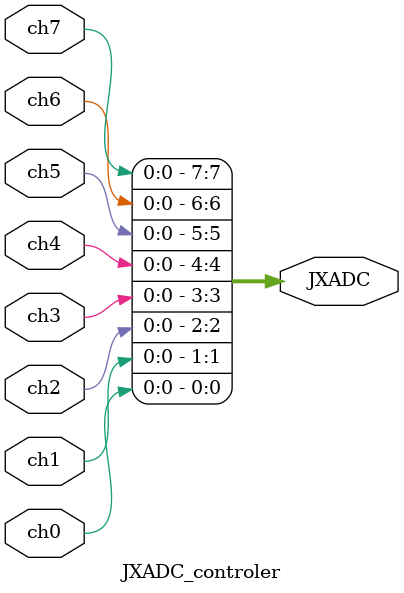
<source format=v>

module JXADC_controler (
    input           ch0,
    input           ch1,
    input           ch2,
    input           ch3,
    input           ch4,
    input           ch5,
    input           ch6,
    input           ch7,
    output  [7: 0]  JXADC       // output for logic analizer   
    );

assign JXADC = {ch7,ch6,ch5,ch4,ch3,ch2,ch1,ch0}; 

endmodule
</source>
